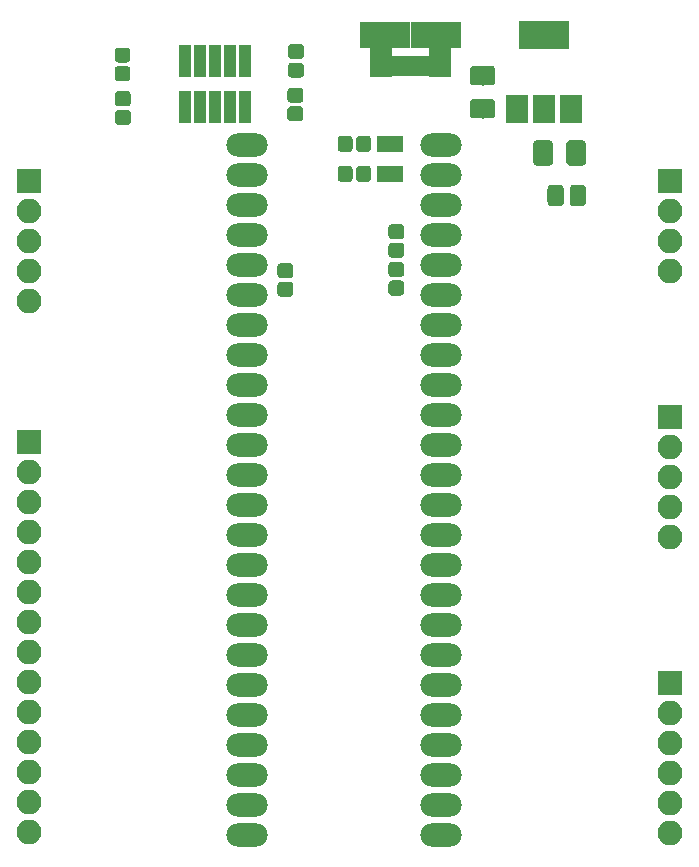
<source format=gbr>
G04 #@! TF.GenerationSoftware,KiCad,Pcbnew,(5.0.0-3-g5ebb6b6)*
G04 #@! TF.CreationDate,2019-01-17T20:41:18+00:00*
G04 #@! TF.ProjectId,Mangler,4D616E676C65722E6B696361645F7063,rev?*
G04 #@! TF.SameCoordinates,Original*
G04 #@! TF.FileFunction,Soldermask,Top*
G04 #@! TF.FilePolarity,Negative*
%FSLAX46Y46*%
G04 Gerber Fmt 4.6, Leading zero omitted, Abs format (unit mm)*
G04 Created by KiCad (PCBNEW (5.0.0-3-g5ebb6b6)) date Thursday, 17 January 2019 at 20:41:18*
%MOMM*%
%LPD*%
G01*
G04 APERTURE LIST*
%ADD10R,1.140000X2.800000*%
%ADD11C,0.100000*%
%ADD12C,1.275000*%
%ADD13C,1.650000*%
%ADD14C,1.375000*%
%ADD15R,0.850000X1.780000*%
%ADD16R,1.875000X2.500000*%
%ADD17R,2.775000X2.300000*%
%ADD18R,1.575000X2.300000*%
%ADD19R,2.100000X2.100000*%
%ADD20O,2.100000X2.100000*%
%ADD21R,2.200000X1.400000*%
%ADD22R,4.200000X2.400000*%
%ADD23R,1.900000X2.400000*%
%ADD24O,3.500000X2.000000*%
G04 APERTURE END LIST*
D10*
G04 #@! TO.C,J2*
X43040000Y-30780000D03*
X43040000Y-34680000D03*
X41770000Y-30780000D03*
X41770000Y-34680000D03*
X40500000Y-30780000D03*
X40500000Y-34680000D03*
X39230000Y-30780000D03*
X39230000Y-34680000D03*
X37960000Y-30780000D03*
X37960000Y-34680000D03*
G04 #@! TD*
D11*
G04 #@! TO.C,D2*
G36*
X47687493Y-33076535D02*
X47718435Y-33081125D01*
X47748778Y-33088725D01*
X47778230Y-33099263D01*
X47806508Y-33112638D01*
X47833338Y-33128719D01*
X47858463Y-33147353D01*
X47881640Y-33168360D01*
X47902647Y-33191537D01*
X47921281Y-33216662D01*
X47937362Y-33243492D01*
X47950737Y-33271770D01*
X47961275Y-33301222D01*
X47968875Y-33331565D01*
X47973465Y-33362507D01*
X47975000Y-33393750D01*
X47975000Y-34031250D01*
X47973465Y-34062493D01*
X47968875Y-34093435D01*
X47961275Y-34123778D01*
X47950737Y-34153230D01*
X47937362Y-34181508D01*
X47921281Y-34208338D01*
X47902647Y-34233463D01*
X47881640Y-34256640D01*
X47858463Y-34277647D01*
X47833338Y-34296281D01*
X47806508Y-34312362D01*
X47778230Y-34325737D01*
X47748778Y-34336275D01*
X47718435Y-34343875D01*
X47687493Y-34348465D01*
X47656250Y-34350000D01*
X46943750Y-34350000D01*
X46912507Y-34348465D01*
X46881565Y-34343875D01*
X46851222Y-34336275D01*
X46821770Y-34325737D01*
X46793492Y-34312362D01*
X46766662Y-34296281D01*
X46741537Y-34277647D01*
X46718360Y-34256640D01*
X46697353Y-34233463D01*
X46678719Y-34208338D01*
X46662638Y-34181508D01*
X46649263Y-34153230D01*
X46638725Y-34123778D01*
X46631125Y-34093435D01*
X46626535Y-34062493D01*
X46625000Y-34031250D01*
X46625000Y-33393750D01*
X46626535Y-33362507D01*
X46631125Y-33331565D01*
X46638725Y-33301222D01*
X46649263Y-33271770D01*
X46662638Y-33243492D01*
X46678719Y-33216662D01*
X46697353Y-33191537D01*
X46718360Y-33168360D01*
X46741537Y-33147353D01*
X46766662Y-33128719D01*
X46793492Y-33112638D01*
X46821770Y-33099263D01*
X46851222Y-33088725D01*
X46881565Y-33081125D01*
X46912507Y-33076535D01*
X46943750Y-33075000D01*
X47656250Y-33075000D01*
X47687493Y-33076535D01*
X47687493Y-33076535D01*
G37*
D12*
X47300000Y-33712500D03*
D11*
G36*
X47687493Y-34651535D02*
X47718435Y-34656125D01*
X47748778Y-34663725D01*
X47778230Y-34674263D01*
X47806508Y-34687638D01*
X47833338Y-34703719D01*
X47858463Y-34722353D01*
X47881640Y-34743360D01*
X47902647Y-34766537D01*
X47921281Y-34791662D01*
X47937362Y-34818492D01*
X47950737Y-34846770D01*
X47961275Y-34876222D01*
X47968875Y-34906565D01*
X47973465Y-34937507D01*
X47975000Y-34968750D01*
X47975000Y-35606250D01*
X47973465Y-35637493D01*
X47968875Y-35668435D01*
X47961275Y-35698778D01*
X47950737Y-35728230D01*
X47937362Y-35756508D01*
X47921281Y-35783338D01*
X47902647Y-35808463D01*
X47881640Y-35831640D01*
X47858463Y-35852647D01*
X47833338Y-35871281D01*
X47806508Y-35887362D01*
X47778230Y-35900737D01*
X47748778Y-35911275D01*
X47718435Y-35918875D01*
X47687493Y-35923465D01*
X47656250Y-35925000D01*
X46943750Y-35925000D01*
X46912507Y-35923465D01*
X46881565Y-35918875D01*
X46851222Y-35911275D01*
X46821770Y-35900737D01*
X46793492Y-35887362D01*
X46766662Y-35871281D01*
X46741537Y-35852647D01*
X46718360Y-35831640D01*
X46697353Y-35808463D01*
X46678719Y-35783338D01*
X46662638Y-35756508D01*
X46649263Y-35728230D01*
X46638725Y-35698778D01*
X46631125Y-35668435D01*
X46626535Y-35637493D01*
X46625000Y-35606250D01*
X46625000Y-34968750D01*
X46626535Y-34937507D01*
X46631125Y-34906565D01*
X46638725Y-34876222D01*
X46649263Y-34846770D01*
X46662638Y-34818492D01*
X46678719Y-34791662D01*
X46697353Y-34766537D01*
X46718360Y-34743360D01*
X46741537Y-34722353D01*
X46766662Y-34703719D01*
X46793492Y-34687638D01*
X46821770Y-34674263D01*
X46851222Y-34663725D01*
X46881565Y-34656125D01*
X46912507Y-34651535D01*
X46943750Y-34650000D01*
X47656250Y-34650000D01*
X47687493Y-34651535D01*
X47687493Y-34651535D01*
G37*
D12*
X47300000Y-35287500D03*
G04 #@! TD*
D11*
G04 #@! TO.C,D1*
G36*
X33087493Y-33376535D02*
X33118435Y-33381125D01*
X33148778Y-33388725D01*
X33178230Y-33399263D01*
X33206508Y-33412638D01*
X33233338Y-33428719D01*
X33258463Y-33447353D01*
X33281640Y-33468360D01*
X33302647Y-33491537D01*
X33321281Y-33516662D01*
X33337362Y-33543492D01*
X33350737Y-33571770D01*
X33361275Y-33601222D01*
X33368875Y-33631565D01*
X33373465Y-33662507D01*
X33375000Y-33693750D01*
X33375000Y-34331250D01*
X33373465Y-34362493D01*
X33368875Y-34393435D01*
X33361275Y-34423778D01*
X33350737Y-34453230D01*
X33337362Y-34481508D01*
X33321281Y-34508338D01*
X33302647Y-34533463D01*
X33281640Y-34556640D01*
X33258463Y-34577647D01*
X33233338Y-34596281D01*
X33206508Y-34612362D01*
X33178230Y-34625737D01*
X33148778Y-34636275D01*
X33118435Y-34643875D01*
X33087493Y-34648465D01*
X33056250Y-34650000D01*
X32343750Y-34650000D01*
X32312507Y-34648465D01*
X32281565Y-34643875D01*
X32251222Y-34636275D01*
X32221770Y-34625737D01*
X32193492Y-34612362D01*
X32166662Y-34596281D01*
X32141537Y-34577647D01*
X32118360Y-34556640D01*
X32097353Y-34533463D01*
X32078719Y-34508338D01*
X32062638Y-34481508D01*
X32049263Y-34453230D01*
X32038725Y-34423778D01*
X32031125Y-34393435D01*
X32026535Y-34362493D01*
X32025000Y-34331250D01*
X32025000Y-33693750D01*
X32026535Y-33662507D01*
X32031125Y-33631565D01*
X32038725Y-33601222D01*
X32049263Y-33571770D01*
X32062638Y-33543492D01*
X32078719Y-33516662D01*
X32097353Y-33491537D01*
X32118360Y-33468360D01*
X32141537Y-33447353D01*
X32166662Y-33428719D01*
X32193492Y-33412638D01*
X32221770Y-33399263D01*
X32251222Y-33388725D01*
X32281565Y-33381125D01*
X32312507Y-33376535D01*
X32343750Y-33375000D01*
X33056250Y-33375000D01*
X33087493Y-33376535D01*
X33087493Y-33376535D01*
G37*
D12*
X32700000Y-34012500D03*
D11*
G36*
X33087493Y-34951535D02*
X33118435Y-34956125D01*
X33148778Y-34963725D01*
X33178230Y-34974263D01*
X33206508Y-34987638D01*
X33233338Y-35003719D01*
X33258463Y-35022353D01*
X33281640Y-35043360D01*
X33302647Y-35066537D01*
X33321281Y-35091662D01*
X33337362Y-35118492D01*
X33350737Y-35146770D01*
X33361275Y-35176222D01*
X33368875Y-35206565D01*
X33373465Y-35237507D01*
X33375000Y-35268750D01*
X33375000Y-35906250D01*
X33373465Y-35937493D01*
X33368875Y-35968435D01*
X33361275Y-35998778D01*
X33350737Y-36028230D01*
X33337362Y-36056508D01*
X33321281Y-36083338D01*
X33302647Y-36108463D01*
X33281640Y-36131640D01*
X33258463Y-36152647D01*
X33233338Y-36171281D01*
X33206508Y-36187362D01*
X33178230Y-36200737D01*
X33148778Y-36211275D01*
X33118435Y-36218875D01*
X33087493Y-36223465D01*
X33056250Y-36225000D01*
X32343750Y-36225000D01*
X32312507Y-36223465D01*
X32281565Y-36218875D01*
X32251222Y-36211275D01*
X32221770Y-36200737D01*
X32193492Y-36187362D01*
X32166662Y-36171281D01*
X32141537Y-36152647D01*
X32118360Y-36131640D01*
X32097353Y-36108463D01*
X32078719Y-36083338D01*
X32062638Y-36056508D01*
X32049263Y-36028230D01*
X32038725Y-35998778D01*
X32031125Y-35968435D01*
X32026535Y-35937493D01*
X32025000Y-35906250D01*
X32025000Y-35268750D01*
X32026535Y-35237507D01*
X32031125Y-35206565D01*
X32038725Y-35176222D01*
X32049263Y-35146770D01*
X32062638Y-35118492D01*
X32078719Y-35091662D01*
X32097353Y-35066537D01*
X32118360Y-35043360D01*
X32141537Y-35022353D01*
X32166662Y-35003719D01*
X32193492Y-34987638D01*
X32221770Y-34974263D01*
X32251222Y-34963725D01*
X32281565Y-34956125D01*
X32312507Y-34951535D01*
X32343750Y-34950000D01*
X33056250Y-34950000D01*
X33087493Y-34951535D01*
X33087493Y-34951535D01*
G37*
D12*
X32700000Y-35587500D03*
G04 #@! TD*
D11*
G04 #@! TO.C,C1*
G36*
X63927346Y-31226589D02*
X63959380Y-31231341D01*
X63990794Y-31239210D01*
X64021286Y-31250120D01*
X64050561Y-31263966D01*
X64078338Y-31280615D01*
X64104350Y-31299907D01*
X64128345Y-31321655D01*
X64150093Y-31345650D01*
X64169385Y-31371662D01*
X64186034Y-31399439D01*
X64199880Y-31428714D01*
X64210790Y-31459206D01*
X64218659Y-31490620D01*
X64223411Y-31522654D01*
X64225000Y-31555000D01*
X64225000Y-32545000D01*
X64223411Y-32577346D01*
X64218659Y-32609380D01*
X64210790Y-32640794D01*
X64199880Y-32671286D01*
X64186034Y-32700561D01*
X64169385Y-32728338D01*
X64150093Y-32754350D01*
X64128345Y-32778345D01*
X64104350Y-32800093D01*
X64078338Y-32819385D01*
X64050561Y-32836034D01*
X64021286Y-32849880D01*
X63990794Y-32860790D01*
X63959380Y-32868659D01*
X63927346Y-32873411D01*
X63895000Y-32875000D01*
X62405000Y-32875000D01*
X62372654Y-32873411D01*
X62340620Y-32868659D01*
X62309206Y-32860790D01*
X62278714Y-32849880D01*
X62249439Y-32836034D01*
X62221662Y-32819385D01*
X62195650Y-32800093D01*
X62171655Y-32778345D01*
X62149907Y-32754350D01*
X62130615Y-32728338D01*
X62113966Y-32700561D01*
X62100120Y-32671286D01*
X62089210Y-32640794D01*
X62081341Y-32609380D01*
X62076589Y-32577346D01*
X62075000Y-32545000D01*
X62075000Y-31555000D01*
X62076589Y-31522654D01*
X62081341Y-31490620D01*
X62089210Y-31459206D01*
X62100120Y-31428714D01*
X62113966Y-31399439D01*
X62130615Y-31371662D01*
X62149907Y-31345650D01*
X62171655Y-31321655D01*
X62195650Y-31299907D01*
X62221662Y-31280615D01*
X62249439Y-31263966D01*
X62278714Y-31250120D01*
X62309206Y-31239210D01*
X62340620Y-31231341D01*
X62372654Y-31226589D01*
X62405000Y-31225000D01*
X63895000Y-31225000D01*
X63927346Y-31226589D01*
X63927346Y-31226589D01*
G37*
D13*
X63150000Y-32050000D03*
D11*
G36*
X63927346Y-34026589D02*
X63959380Y-34031341D01*
X63990794Y-34039210D01*
X64021286Y-34050120D01*
X64050561Y-34063966D01*
X64078338Y-34080615D01*
X64104350Y-34099907D01*
X64128345Y-34121655D01*
X64150093Y-34145650D01*
X64169385Y-34171662D01*
X64186034Y-34199439D01*
X64199880Y-34228714D01*
X64210790Y-34259206D01*
X64218659Y-34290620D01*
X64223411Y-34322654D01*
X64225000Y-34355000D01*
X64225000Y-35345000D01*
X64223411Y-35377346D01*
X64218659Y-35409380D01*
X64210790Y-35440794D01*
X64199880Y-35471286D01*
X64186034Y-35500561D01*
X64169385Y-35528338D01*
X64150093Y-35554350D01*
X64128345Y-35578345D01*
X64104350Y-35600093D01*
X64078338Y-35619385D01*
X64050561Y-35636034D01*
X64021286Y-35649880D01*
X63990794Y-35660790D01*
X63959380Y-35668659D01*
X63927346Y-35673411D01*
X63895000Y-35675000D01*
X62405000Y-35675000D01*
X62372654Y-35673411D01*
X62340620Y-35668659D01*
X62309206Y-35660790D01*
X62278714Y-35649880D01*
X62249439Y-35636034D01*
X62221662Y-35619385D01*
X62195650Y-35600093D01*
X62171655Y-35578345D01*
X62149907Y-35554350D01*
X62130615Y-35528338D01*
X62113966Y-35500561D01*
X62100120Y-35471286D01*
X62089210Y-35440794D01*
X62081341Y-35409380D01*
X62076589Y-35377346D01*
X62075000Y-35345000D01*
X62075000Y-34355000D01*
X62076589Y-34322654D01*
X62081341Y-34290620D01*
X62089210Y-34259206D01*
X62100120Y-34228714D01*
X62113966Y-34199439D01*
X62130615Y-34171662D01*
X62149907Y-34145650D01*
X62171655Y-34121655D01*
X62195650Y-34099907D01*
X62221662Y-34080615D01*
X62249439Y-34063966D01*
X62278714Y-34050120D01*
X62309206Y-34039210D01*
X62340620Y-34031341D01*
X62372654Y-34026589D01*
X62405000Y-34025000D01*
X63895000Y-34025000D01*
X63927346Y-34026589D01*
X63927346Y-34026589D01*
G37*
D13*
X63150000Y-34850000D03*
G04 #@! TD*
D11*
G04 #@! TO.C,C2*
G36*
X71597346Y-37526589D02*
X71629380Y-37531341D01*
X71660794Y-37539210D01*
X71691286Y-37550120D01*
X71720561Y-37563966D01*
X71748338Y-37580615D01*
X71774350Y-37599907D01*
X71798345Y-37621655D01*
X71820093Y-37645650D01*
X71839385Y-37671662D01*
X71856034Y-37699439D01*
X71869880Y-37728714D01*
X71880790Y-37759206D01*
X71888659Y-37790620D01*
X71893411Y-37822654D01*
X71895000Y-37855000D01*
X71895000Y-39345000D01*
X71893411Y-39377346D01*
X71888659Y-39409380D01*
X71880790Y-39440794D01*
X71869880Y-39471286D01*
X71856034Y-39500561D01*
X71839385Y-39528338D01*
X71820093Y-39554350D01*
X71798345Y-39578345D01*
X71774350Y-39600093D01*
X71748338Y-39619385D01*
X71720561Y-39636034D01*
X71691286Y-39649880D01*
X71660794Y-39660790D01*
X71629380Y-39668659D01*
X71597346Y-39673411D01*
X71565000Y-39675000D01*
X70575000Y-39675000D01*
X70542654Y-39673411D01*
X70510620Y-39668659D01*
X70479206Y-39660790D01*
X70448714Y-39649880D01*
X70419439Y-39636034D01*
X70391662Y-39619385D01*
X70365650Y-39600093D01*
X70341655Y-39578345D01*
X70319907Y-39554350D01*
X70300615Y-39528338D01*
X70283966Y-39500561D01*
X70270120Y-39471286D01*
X70259210Y-39440794D01*
X70251341Y-39409380D01*
X70246589Y-39377346D01*
X70245000Y-39345000D01*
X70245000Y-37855000D01*
X70246589Y-37822654D01*
X70251341Y-37790620D01*
X70259210Y-37759206D01*
X70270120Y-37728714D01*
X70283966Y-37699439D01*
X70300615Y-37671662D01*
X70319907Y-37645650D01*
X70341655Y-37621655D01*
X70365650Y-37599907D01*
X70391662Y-37580615D01*
X70419439Y-37563966D01*
X70448714Y-37550120D01*
X70479206Y-37539210D01*
X70510620Y-37531341D01*
X70542654Y-37526589D01*
X70575000Y-37525000D01*
X71565000Y-37525000D01*
X71597346Y-37526589D01*
X71597346Y-37526589D01*
G37*
D13*
X71070000Y-38600000D03*
D11*
G36*
X68797346Y-37526589D02*
X68829380Y-37531341D01*
X68860794Y-37539210D01*
X68891286Y-37550120D01*
X68920561Y-37563966D01*
X68948338Y-37580615D01*
X68974350Y-37599907D01*
X68998345Y-37621655D01*
X69020093Y-37645650D01*
X69039385Y-37671662D01*
X69056034Y-37699439D01*
X69069880Y-37728714D01*
X69080790Y-37759206D01*
X69088659Y-37790620D01*
X69093411Y-37822654D01*
X69095000Y-37855000D01*
X69095000Y-39345000D01*
X69093411Y-39377346D01*
X69088659Y-39409380D01*
X69080790Y-39440794D01*
X69069880Y-39471286D01*
X69056034Y-39500561D01*
X69039385Y-39528338D01*
X69020093Y-39554350D01*
X68998345Y-39578345D01*
X68974350Y-39600093D01*
X68948338Y-39619385D01*
X68920561Y-39636034D01*
X68891286Y-39649880D01*
X68860794Y-39660790D01*
X68829380Y-39668659D01*
X68797346Y-39673411D01*
X68765000Y-39675000D01*
X67775000Y-39675000D01*
X67742654Y-39673411D01*
X67710620Y-39668659D01*
X67679206Y-39660790D01*
X67648714Y-39649880D01*
X67619439Y-39636034D01*
X67591662Y-39619385D01*
X67565650Y-39600093D01*
X67541655Y-39578345D01*
X67519907Y-39554350D01*
X67500615Y-39528338D01*
X67483966Y-39500561D01*
X67470120Y-39471286D01*
X67459210Y-39440794D01*
X67451341Y-39409380D01*
X67446589Y-39377346D01*
X67445000Y-39345000D01*
X67445000Y-37855000D01*
X67446589Y-37822654D01*
X67451341Y-37790620D01*
X67459210Y-37759206D01*
X67470120Y-37728714D01*
X67483966Y-37699439D01*
X67500615Y-37671662D01*
X67519907Y-37645650D01*
X67541655Y-37621655D01*
X67565650Y-37599907D01*
X67591662Y-37580615D01*
X67619439Y-37563966D01*
X67648714Y-37550120D01*
X67679206Y-37539210D01*
X67710620Y-37531341D01*
X67742654Y-37526589D01*
X67775000Y-37525000D01*
X68765000Y-37525000D01*
X68797346Y-37526589D01*
X68797346Y-37526589D01*
G37*
D13*
X68270000Y-38600000D03*
G04 #@! TD*
D11*
G04 #@! TO.C,C3*
G36*
X71584943Y-41301655D02*
X71618312Y-41306605D01*
X71651035Y-41314802D01*
X71682797Y-41326166D01*
X71713293Y-41340590D01*
X71742227Y-41357932D01*
X71769323Y-41378028D01*
X71794318Y-41400682D01*
X71816972Y-41425677D01*
X71837068Y-41452773D01*
X71854410Y-41481707D01*
X71868834Y-41512203D01*
X71880198Y-41543965D01*
X71888395Y-41576688D01*
X71893345Y-41610057D01*
X71895000Y-41643750D01*
X71895000Y-42756250D01*
X71893345Y-42789943D01*
X71888395Y-42823312D01*
X71880198Y-42856035D01*
X71868834Y-42887797D01*
X71854410Y-42918293D01*
X71837068Y-42947227D01*
X71816972Y-42974323D01*
X71794318Y-42999318D01*
X71769323Y-43021972D01*
X71742227Y-43042068D01*
X71713293Y-43059410D01*
X71682797Y-43073834D01*
X71651035Y-43085198D01*
X71618312Y-43093395D01*
X71584943Y-43098345D01*
X71551250Y-43100000D01*
X70863750Y-43100000D01*
X70830057Y-43098345D01*
X70796688Y-43093395D01*
X70763965Y-43085198D01*
X70732203Y-43073834D01*
X70701707Y-43059410D01*
X70672773Y-43042068D01*
X70645677Y-43021972D01*
X70620682Y-42999318D01*
X70598028Y-42974323D01*
X70577932Y-42947227D01*
X70560590Y-42918293D01*
X70546166Y-42887797D01*
X70534802Y-42856035D01*
X70526605Y-42823312D01*
X70521655Y-42789943D01*
X70520000Y-42756250D01*
X70520000Y-41643750D01*
X70521655Y-41610057D01*
X70526605Y-41576688D01*
X70534802Y-41543965D01*
X70546166Y-41512203D01*
X70560590Y-41481707D01*
X70577932Y-41452773D01*
X70598028Y-41425677D01*
X70620682Y-41400682D01*
X70645677Y-41378028D01*
X70672773Y-41357932D01*
X70701707Y-41340590D01*
X70732203Y-41326166D01*
X70763965Y-41314802D01*
X70796688Y-41306605D01*
X70830057Y-41301655D01*
X70863750Y-41300000D01*
X71551250Y-41300000D01*
X71584943Y-41301655D01*
X71584943Y-41301655D01*
G37*
D14*
X71207500Y-42200000D03*
D11*
G36*
X69709943Y-41301655D02*
X69743312Y-41306605D01*
X69776035Y-41314802D01*
X69807797Y-41326166D01*
X69838293Y-41340590D01*
X69867227Y-41357932D01*
X69894323Y-41378028D01*
X69919318Y-41400682D01*
X69941972Y-41425677D01*
X69962068Y-41452773D01*
X69979410Y-41481707D01*
X69993834Y-41512203D01*
X70005198Y-41543965D01*
X70013395Y-41576688D01*
X70018345Y-41610057D01*
X70020000Y-41643750D01*
X70020000Y-42756250D01*
X70018345Y-42789943D01*
X70013395Y-42823312D01*
X70005198Y-42856035D01*
X69993834Y-42887797D01*
X69979410Y-42918293D01*
X69962068Y-42947227D01*
X69941972Y-42974323D01*
X69919318Y-42999318D01*
X69894323Y-43021972D01*
X69867227Y-43042068D01*
X69838293Y-43059410D01*
X69807797Y-43073834D01*
X69776035Y-43085198D01*
X69743312Y-43093395D01*
X69709943Y-43098345D01*
X69676250Y-43100000D01*
X68988750Y-43100000D01*
X68955057Y-43098345D01*
X68921688Y-43093395D01*
X68888965Y-43085198D01*
X68857203Y-43073834D01*
X68826707Y-43059410D01*
X68797773Y-43042068D01*
X68770677Y-43021972D01*
X68745682Y-42999318D01*
X68723028Y-42974323D01*
X68702932Y-42947227D01*
X68685590Y-42918293D01*
X68671166Y-42887797D01*
X68659802Y-42856035D01*
X68651605Y-42823312D01*
X68646655Y-42789943D01*
X68645000Y-42756250D01*
X68645000Y-41643750D01*
X68646655Y-41610057D01*
X68651605Y-41576688D01*
X68659802Y-41543965D01*
X68671166Y-41512203D01*
X68685590Y-41481707D01*
X68702932Y-41452773D01*
X68723028Y-41425677D01*
X68745682Y-41400682D01*
X68770677Y-41378028D01*
X68797773Y-41357932D01*
X68826707Y-41340590D01*
X68857203Y-41326166D01*
X68888965Y-41314802D01*
X68921688Y-41306605D01*
X68955057Y-41301655D01*
X68988750Y-41300000D01*
X69676250Y-41300000D01*
X69709943Y-41301655D01*
X69709943Y-41301655D01*
G37*
D14*
X69332500Y-42200000D03*
G04 #@! TD*
D11*
G04 #@! TO.C,C4*
G36*
X46837493Y-47926535D02*
X46868435Y-47931125D01*
X46898778Y-47938725D01*
X46928230Y-47949263D01*
X46956508Y-47962638D01*
X46983338Y-47978719D01*
X47008463Y-47997353D01*
X47031640Y-48018360D01*
X47052647Y-48041537D01*
X47071281Y-48066662D01*
X47087362Y-48093492D01*
X47100737Y-48121770D01*
X47111275Y-48151222D01*
X47118875Y-48181565D01*
X47123465Y-48212507D01*
X47125000Y-48243750D01*
X47125000Y-48881250D01*
X47123465Y-48912493D01*
X47118875Y-48943435D01*
X47111275Y-48973778D01*
X47100737Y-49003230D01*
X47087362Y-49031508D01*
X47071281Y-49058338D01*
X47052647Y-49083463D01*
X47031640Y-49106640D01*
X47008463Y-49127647D01*
X46983338Y-49146281D01*
X46956508Y-49162362D01*
X46928230Y-49175737D01*
X46898778Y-49186275D01*
X46868435Y-49193875D01*
X46837493Y-49198465D01*
X46806250Y-49200000D01*
X46093750Y-49200000D01*
X46062507Y-49198465D01*
X46031565Y-49193875D01*
X46001222Y-49186275D01*
X45971770Y-49175737D01*
X45943492Y-49162362D01*
X45916662Y-49146281D01*
X45891537Y-49127647D01*
X45868360Y-49106640D01*
X45847353Y-49083463D01*
X45828719Y-49058338D01*
X45812638Y-49031508D01*
X45799263Y-49003230D01*
X45788725Y-48973778D01*
X45781125Y-48943435D01*
X45776535Y-48912493D01*
X45775000Y-48881250D01*
X45775000Y-48243750D01*
X45776535Y-48212507D01*
X45781125Y-48181565D01*
X45788725Y-48151222D01*
X45799263Y-48121770D01*
X45812638Y-48093492D01*
X45828719Y-48066662D01*
X45847353Y-48041537D01*
X45868360Y-48018360D01*
X45891537Y-47997353D01*
X45916662Y-47978719D01*
X45943492Y-47962638D01*
X45971770Y-47949263D01*
X46001222Y-47938725D01*
X46031565Y-47931125D01*
X46062507Y-47926535D01*
X46093750Y-47925000D01*
X46806250Y-47925000D01*
X46837493Y-47926535D01*
X46837493Y-47926535D01*
G37*
D12*
X46450000Y-48562500D03*
D11*
G36*
X46837493Y-49501535D02*
X46868435Y-49506125D01*
X46898778Y-49513725D01*
X46928230Y-49524263D01*
X46956508Y-49537638D01*
X46983338Y-49553719D01*
X47008463Y-49572353D01*
X47031640Y-49593360D01*
X47052647Y-49616537D01*
X47071281Y-49641662D01*
X47087362Y-49668492D01*
X47100737Y-49696770D01*
X47111275Y-49726222D01*
X47118875Y-49756565D01*
X47123465Y-49787507D01*
X47125000Y-49818750D01*
X47125000Y-50456250D01*
X47123465Y-50487493D01*
X47118875Y-50518435D01*
X47111275Y-50548778D01*
X47100737Y-50578230D01*
X47087362Y-50606508D01*
X47071281Y-50633338D01*
X47052647Y-50658463D01*
X47031640Y-50681640D01*
X47008463Y-50702647D01*
X46983338Y-50721281D01*
X46956508Y-50737362D01*
X46928230Y-50750737D01*
X46898778Y-50761275D01*
X46868435Y-50768875D01*
X46837493Y-50773465D01*
X46806250Y-50775000D01*
X46093750Y-50775000D01*
X46062507Y-50773465D01*
X46031565Y-50768875D01*
X46001222Y-50761275D01*
X45971770Y-50750737D01*
X45943492Y-50737362D01*
X45916662Y-50721281D01*
X45891537Y-50702647D01*
X45868360Y-50681640D01*
X45847353Y-50658463D01*
X45828719Y-50633338D01*
X45812638Y-50606508D01*
X45799263Y-50578230D01*
X45788725Y-50548778D01*
X45781125Y-50518435D01*
X45776535Y-50487493D01*
X45775000Y-50456250D01*
X45775000Y-49818750D01*
X45776535Y-49787507D01*
X45781125Y-49756565D01*
X45788725Y-49726222D01*
X45799263Y-49696770D01*
X45812638Y-49668492D01*
X45828719Y-49641662D01*
X45847353Y-49616537D01*
X45868360Y-49593360D01*
X45891537Y-49572353D01*
X45916662Y-49553719D01*
X45943492Y-49537638D01*
X45971770Y-49524263D01*
X46001222Y-49513725D01*
X46031565Y-49506125D01*
X46062507Y-49501535D01*
X46093750Y-49500000D01*
X46806250Y-49500000D01*
X46837493Y-49501535D01*
X46837493Y-49501535D01*
G37*
D12*
X46450000Y-50137500D03*
G04 #@! TD*
D11*
G04 #@! TO.C,C5*
G36*
X56237493Y-49401535D02*
X56268435Y-49406125D01*
X56298778Y-49413725D01*
X56328230Y-49424263D01*
X56356508Y-49437638D01*
X56383338Y-49453719D01*
X56408463Y-49472353D01*
X56431640Y-49493360D01*
X56452647Y-49516537D01*
X56471281Y-49541662D01*
X56487362Y-49568492D01*
X56500737Y-49596770D01*
X56511275Y-49626222D01*
X56518875Y-49656565D01*
X56523465Y-49687507D01*
X56525000Y-49718750D01*
X56525000Y-50356250D01*
X56523465Y-50387493D01*
X56518875Y-50418435D01*
X56511275Y-50448778D01*
X56500737Y-50478230D01*
X56487362Y-50506508D01*
X56471281Y-50533338D01*
X56452647Y-50558463D01*
X56431640Y-50581640D01*
X56408463Y-50602647D01*
X56383338Y-50621281D01*
X56356508Y-50637362D01*
X56328230Y-50650737D01*
X56298778Y-50661275D01*
X56268435Y-50668875D01*
X56237493Y-50673465D01*
X56206250Y-50675000D01*
X55493750Y-50675000D01*
X55462507Y-50673465D01*
X55431565Y-50668875D01*
X55401222Y-50661275D01*
X55371770Y-50650737D01*
X55343492Y-50637362D01*
X55316662Y-50621281D01*
X55291537Y-50602647D01*
X55268360Y-50581640D01*
X55247353Y-50558463D01*
X55228719Y-50533338D01*
X55212638Y-50506508D01*
X55199263Y-50478230D01*
X55188725Y-50448778D01*
X55181125Y-50418435D01*
X55176535Y-50387493D01*
X55175000Y-50356250D01*
X55175000Y-49718750D01*
X55176535Y-49687507D01*
X55181125Y-49656565D01*
X55188725Y-49626222D01*
X55199263Y-49596770D01*
X55212638Y-49568492D01*
X55228719Y-49541662D01*
X55247353Y-49516537D01*
X55268360Y-49493360D01*
X55291537Y-49472353D01*
X55316662Y-49453719D01*
X55343492Y-49437638D01*
X55371770Y-49424263D01*
X55401222Y-49413725D01*
X55431565Y-49406125D01*
X55462507Y-49401535D01*
X55493750Y-49400000D01*
X56206250Y-49400000D01*
X56237493Y-49401535D01*
X56237493Y-49401535D01*
G37*
D12*
X55850000Y-50037500D03*
D11*
G36*
X56237493Y-47826535D02*
X56268435Y-47831125D01*
X56298778Y-47838725D01*
X56328230Y-47849263D01*
X56356508Y-47862638D01*
X56383338Y-47878719D01*
X56408463Y-47897353D01*
X56431640Y-47918360D01*
X56452647Y-47941537D01*
X56471281Y-47966662D01*
X56487362Y-47993492D01*
X56500737Y-48021770D01*
X56511275Y-48051222D01*
X56518875Y-48081565D01*
X56523465Y-48112507D01*
X56525000Y-48143750D01*
X56525000Y-48781250D01*
X56523465Y-48812493D01*
X56518875Y-48843435D01*
X56511275Y-48873778D01*
X56500737Y-48903230D01*
X56487362Y-48931508D01*
X56471281Y-48958338D01*
X56452647Y-48983463D01*
X56431640Y-49006640D01*
X56408463Y-49027647D01*
X56383338Y-49046281D01*
X56356508Y-49062362D01*
X56328230Y-49075737D01*
X56298778Y-49086275D01*
X56268435Y-49093875D01*
X56237493Y-49098465D01*
X56206250Y-49100000D01*
X55493750Y-49100000D01*
X55462507Y-49098465D01*
X55431565Y-49093875D01*
X55401222Y-49086275D01*
X55371770Y-49075737D01*
X55343492Y-49062362D01*
X55316662Y-49046281D01*
X55291537Y-49027647D01*
X55268360Y-49006640D01*
X55247353Y-48983463D01*
X55228719Y-48958338D01*
X55212638Y-48931508D01*
X55199263Y-48903230D01*
X55188725Y-48873778D01*
X55181125Y-48843435D01*
X55176535Y-48812493D01*
X55175000Y-48781250D01*
X55175000Y-48143750D01*
X55176535Y-48112507D01*
X55181125Y-48081565D01*
X55188725Y-48051222D01*
X55199263Y-48021770D01*
X55212638Y-47993492D01*
X55228719Y-47966662D01*
X55247353Y-47941537D01*
X55268360Y-47918360D01*
X55291537Y-47897353D01*
X55316662Y-47878719D01*
X55343492Y-47862638D01*
X55371770Y-47849263D01*
X55401222Y-47838725D01*
X55431565Y-47831125D01*
X55462507Y-47826535D01*
X55493750Y-47825000D01*
X56206250Y-47825000D01*
X56237493Y-47826535D01*
X56237493Y-47826535D01*
G37*
D12*
X55850000Y-48462500D03*
G04 #@! TD*
D11*
G04 #@! TO.C,C6*
G36*
X51862493Y-37156535D02*
X51893435Y-37161125D01*
X51923778Y-37168725D01*
X51953230Y-37179263D01*
X51981508Y-37192638D01*
X52008338Y-37208719D01*
X52033463Y-37227353D01*
X52056640Y-37248360D01*
X52077647Y-37271537D01*
X52096281Y-37296662D01*
X52112362Y-37323492D01*
X52125737Y-37351770D01*
X52136275Y-37381222D01*
X52143875Y-37411565D01*
X52148465Y-37442507D01*
X52150000Y-37473750D01*
X52150000Y-38186250D01*
X52148465Y-38217493D01*
X52143875Y-38248435D01*
X52136275Y-38278778D01*
X52125737Y-38308230D01*
X52112362Y-38336508D01*
X52096281Y-38363338D01*
X52077647Y-38388463D01*
X52056640Y-38411640D01*
X52033463Y-38432647D01*
X52008338Y-38451281D01*
X51981508Y-38467362D01*
X51953230Y-38480737D01*
X51923778Y-38491275D01*
X51893435Y-38498875D01*
X51862493Y-38503465D01*
X51831250Y-38505000D01*
X51193750Y-38505000D01*
X51162507Y-38503465D01*
X51131565Y-38498875D01*
X51101222Y-38491275D01*
X51071770Y-38480737D01*
X51043492Y-38467362D01*
X51016662Y-38451281D01*
X50991537Y-38432647D01*
X50968360Y-38411640D01*
X50947353Y-38388463D01*
X50928719Y-38363338D01*
X50912638Y-38336508D01*
X50899263Y-38308230D01*
X50888725Y-38278778D01*
X50881125Y-38248435D01*
X50876535Y-38217493D01*
X50875000Y-38186250D01*
X50875000Y-37473750D01*
X50876535Y-37442507D01*
X50881125Y-37411565D01*
X50888725Y-37381222D01*
X50899263Y-37351770D01*
X50912638Y-37323492D01*
X50928719Y-37296662D01*
X50947353Y-37271537D01*
X50968360Y-37248360D01*
X50991537Y-37227353D01*
X51016662Y-37208719D01*
X51043492Y-37192638D01*
X51071770Y-37179263D01*
X51101222Y-37168725D01*
X51131565Y-37161125D01*
X51162507Y-37156535D01*
X51193750Y-37155000D01*
X51831250Y-37155000D01*
X51862493Y-37156535D01*
X51862493Y-37156535D01*
G37*
D12*
X51512500Y-37830000D03*
D11*
G36*
X53437493Y-37156535D02*
X53468435Y-37161125D01*
X53498778Y-37168725D01*
X53528230Y-37179263D01*
X53556508Y-37192638D01*
X53583338Y-37208719D01*
X53608463Y-37227353D01*
X53631640Y-37248360D01*
X53652647Y-37271537D01*
X53671281Y-37296662D01*
X53687362Y-37323492D01*
X53700737Y-37351770D01*
X53711275Y-37381222D01*
X53718875Y-37411565D01*
X53723465Y-37442507D01*
X53725000Y-37473750D01*
X53725000Y-38186250D01*
X53723465Y-38217493D01*
X53718875Y-38248435D01*
X53711275Y-38278778D01*
X53700737Y-38308230D01*
X53687362Y-38336508D01*
X53671281Y-38363338D01*
X53652647Y-38388463D01*
X53631640Y-38411640D01*
X53608463Y-38432647D01*
X53583338Y-38451281D01*
X53556508Y-38467362D01*
X53528230Y-38480737D01*
X53498778Y-38491275D01*
X53468435Y-38498875D01*
X53437493Y-38503465D01*
X53406250Y-38505000D01*
X52768750Y-38505000D01*
X52737507Y-38503465D01*
X52706565Y-38498875D01*
X52676222Y-38491275D01*
X52646770Y-38480737D01*
X52618492Y-38467362D01*
X52591662Y-38451281D01*
X52566537Y-38432647D01*
X52543360Y-38411640D01*
X52522353Y-38388463D01*
X52503719Y-38363338D01*
X52487638Y-38336508D01*
X52474263Y-38308230D01*
X52463725Y-38278778D01*
X52456125Y-38248435D01*
X52451535Y-38217493D01*
X52450000Y-38186250D01*
X52450000Y-37473750D01*
X52451535Y-37442507D01*
X52456125Y-37411565D01*
X52463725Y-37381222D01*
X52474263Y-37351770D01*
X52487638Y-37323492D01*
X52503719Y-37296662D01*
X52522353Y-37271537D01*
X52543360Y-37248360D01*
X52566537Y-37227353D01*
X52591662Y-37208719D01*
X52618492Y-37192638D01*
X52646770Y-37179263D01*
X52676222Y-37168725D01*
X52706565Y-37161125D01*
X52737507Y-37156535D01*
X52768750Y-37155000D01*
X53406250Y-37155000D01*
X53437493Y-37156535D01*
X53437493Y-37156535D01*
G37*
D12*
X53087500Y-37830000D03*
G04 #@! TD*
D11*
G04 #@! TO.C,C7*
G36*
X53437493Y-39696535D02*
X53468435Y-39701125D01*
X53498778Y-39708725D01*
X53528230Y-39719263D01*
X53556508Y-39732638D01*
X53583338Y-39748719D01*
X53608463Y-39767353D01*
X53631640Y-39788360D01*
X53652647Y-39811537D01*
X53671281Y-39836662D01*
X53687362Y-39863492D01*
X53700737Y-39891770D01*
X53711275Y-39921222D01*
X53718875Y-39951565D01*
X53723465Y-39982507D01*
X53725000Y-40013750D01*
X53725000Y-40726250D01*
X53723465Y-40757493D01*
X53718875Y-40788435D01*
X53711275Y-40818778D01*
X53700737Y-40848230D01*
X53687362Y-40876508D01*
X53671281Y-40903338D01*
X53652647Y-40928463D01*
X53631640Y-40951640D01*
X53608463Y-40972647D01*
X53583338Y-40991281D01*
X53556508Y-41007362D01*
X53528230Y-41020737D01*
X53498778Y-41031275D01*
X53468435Y-41038875D01*
X53437493Y-41043465D01*
X53406250Y-41045000D01*
X52768750Y-41045000D01*
X52737507Y-41043465D01*
X52706565Y-41038875D01*
X52676222Y-41031275D01*
X52646770Y-41020737D01*
X52618492Y-41007362D01*
X52591662Y-40991281D01*
X52566537Y-40972647D01*
X52543360Y-40951640D01*
X52522353Y-40928463D01*
X52503719Y-40903338D01*
X52487638Y-40876508D01*
X52474263Y-40848230D01*
X52463725Y-40818778D01*
X52456125Y-40788435D01*
X52451535Y-40757493D01*
X52450000Y-40726250D01*
X52450000Y-40013750D01*
X52451535Y-39982507D01*
X52456125Y-39951565D01*
X52463725Y-39921222D01*
X52474263Y-39891770D01*
X52487638Y-39863492D01*
X52503719Y-39836662D01*
X52522353Y-39811537D01*
X52543360Y-39788360D01*
X52566537Y-39767353D01*
X52591662Y-39748719D01*
X52618492Y-39732638D01*
X52646770Y-39719263D01*
X52676222Y-39708725D01*
X52706565Y-39701125D01*
X52737507Y-39696535D01*
X52768750Y-39695000D01*
X53406250Y-39695000D01*
X53437493Y-39696535D01*
X53437493Y-39696535D01*
G37*
D12*
X53087500Y-40370000D03*
D11*
G36*
X51862493Y-39696535D02*
X51893435Y-39701125D01*
X51923778Y-39708725D01*
X51953230Y-39719263D01*
X51981508Y-39732638D01*
X52008338Y-39748719D01*
X52033463Y-39767353D01*
X52056640Y-39788360D01*
X52077647Y-39811537D01*
X52096281Y-39836662D01*
X52112362Y-39863492D01*
X52125737Y-39891770D01*
X52136275Y-39921222D01*
X52143875Y-39951565D01*
X52148465Y-39982507D01*
X52150000Y-40013750D01*
X52150000Y-40726250D01*
X52148465Y-40757493D01*
X52143875Y-40788435D01*
X52136275Y-40818778D01*
X52125737Y-40848230D01*
X52112362Y-40876508D01*
X52096281Y-40903338D01*
X52077647Y-40928463D01*
X52056640Y-40951640D01*
X52033463Y-40972647D01*
X52008338Y-40991281D01*
X51981508Y-41007362D01*
X51953230Y-41020737D01*
X51923778Y-41031275D01*
X51893435Y-41038875D01*
X51862493Y-41043465D01*
X51831250Y-41045000D01*
X51193750Y-41045000D01*
X51162507Y-41043465D01*
X51131565Y-41038875D01*
X51101222Y-41031275D01*
X51071770Y-41020737D01*
X51043492Y-41007362D01*
X51016662Y-40991281D01*
X50991537Y-40972647D01*
X50968360Y-40951640D01*
X50947353Y-40928463D01*
X50928719Y-40903338D01*
X50912638Y-40876508D01*
X50899263Y-40848230D01*
X50888725Y-40818778D01*
X50881125Y-40788435D01*
X50876535Y-40757493D01*
X50875000Y-40726250D01*
X50875000Y-40013750D01*
X50876535Y-39982507D01*
X50881125Y-39951565D01*
X50888725Y-39921222D01*
X50899263Y-39891770D01*
X50912638Y-39863492D01*
X50928719Y-39836662D01*
X50947353Y-39811537D01*
X50968360Y-39788360D01*
X50991537Y-39767353D01*
X51016662Y-39748719D01*
X51043492Y-39732638D01*
X51071770Y-39719263D01*
X51101222Y-39708725D01*
X51131565Y-39701125D01*
X51162507Y-39696535D01*
X51193750Y-39695000D01*
X51831250Y-39695000D01*
X51862493Y-39696535D01*
X51862493Y-39696535D01*
G37*
D12*
X51512500Y-40370000D03*
G04 #@! TD*
D11*
G04 #@! TO.C,C8*
G36*
X56237493Y-46201535D02*
X56268435Y-46206125D01*
X56298778Y-46213725D01*
X56328230Y-46224263D01*
X56356508Y-46237638D01*
X56383338Y-46253719D01*
X56408463Y-46272353D01*
X56431640Y-46293360D01*
X56452647Y-46316537D01*
X56471281Y-46341662D01*
X56487362Y-46368492D01*
X56500737Y-46396770D01*
X56511275Y-46426222D01*
X56518875Y-46456565D01*
X56523465Y-46487507D01*
X56525000Y-46518750D01*
X56525000Y-47156250D01*
X56523465Y-47187493D01*
X56518875Y-47218435D01*
X56511275Y-47248778D01*
X56500737Y-47278230D01*
X56487362Y-47306508D01*
X56471281Y-47333338D01*
X56452647Y-47358463D01*
X56431640Y-47381640D01*
X56408463Y-47402647D01*
X56383338Y-47421281D01*
X56356508Y-47437362D01*
X56328230Y-47450737D01*
X56298778Y-47461275D01*
X56268435Y-47468875D01*
X56237493Y-47473465D01*
X56206250Y-47475000D01*
X55493750Y-47475000D01*
X55462507Y-47473465D01*
X55431565Y-47468875D01*
X55401222Y-47461275D01*
X55371770Y-47450737D01*
X55343492Y-47437362D01*
X55316662Y-47421281D01*
X55291537Y-47402647D01*
X55268360Y-47381640D01*
X55247353Y-47358463D01*
X55228719Y-47333338D01*
X55212638Y-47306508D01*
X55199263Y-47278230D01*
X55188725Y-47248778D01*
X55181125Y-47218435D01*
X55176535Y-47187493D01*
X55175000Y-47156250D01*
X55175000Y-46518750D01*
X55176535Y-46487507D01*
X55181125Y-46456565D01*
X55188725Y-46426222D01*
X55199263Y-46396770D01*
X55212638Y-46368492D01*
X55228719Y-46341662D01*
X55247353Y-46316537D01*
X55268360Y-46293360D01*
X55291537Y-46272353D01*
X55316662Y-46253719D01*
X55343492Y-46237638D01*
X55371770Y-46224263D01*
X55401222Y-46213725D01*
X55431565Y-46206125D01*
X55462507Y-46201535D01*
X55493750Y-46200000D01*
X56206250Y-46200000D01*
X56237493Y-46201535D01*
X56237493Y-46201535D01*
G37*
D12*
X55850000Y-46837500D03*
D11*
G36*
X56237493Y-44626535D02*
X56268435Y-44631125D01*
X56298778Y-44638725D01*
X56328230Y-44649263D01*
X56356508Y-44662638D01*
X56383338Y-44678719D01*
X56408463Y-44697353D01*
X56431640Y-44718360D01*
X56452647Y-44741537D01*
X56471281Y-44766662D01*
X56487362Y-44793492D01*
X56500737Y-44821770D01*
X56511275Y-44851222D01*
X56518875Y-44881565D01*
X56523465Y-44912507D01*
X56525000Y-44943750D01*
X56525000Y-45581250D01*
X56523465Y-45612493D01*
X56518875Y-45643435D01*
X56511275Y-45673778D01*
X56500737Y-45703230D01*
X56487362Y-45731508D01*
X56471281Y-45758338D01*
X56452647Y-45783463D01*
X56431640Y-45806640D01*
X56408463Y-45827647D01*
X56383338Y-45846281D01*
X56356508Y-45862362D01*
X56328230Y-45875737D01*
X56298778Y-45886275D01*
X56268435Y-45893875D01*
X56237493Y-45898465D01*
X56206250Y-45900000D01*
X55493750Y-45900000D01*
X55462507Y-45898465D01*
X55431565Y-45893875D01*
X55401222Y-45886275D01*
X55371770Y-45875737D01*
X55343492Y-45862362D01*
X55316662Y-45846281D01*
X55291537Y-45827647D01*
X55268360Y-45806640D01*
X55247353Y-45783463D01*
X55228719Y-45758338D01*
X55212638Y-45731508D01*
X55199263Y-45703230D01*
X55188725Y-45673778D01*
X55181125Y-45643435D01*
X55176535Y-45612493D01*
X55175000Y-45581250D01*
X55175000Y-44943750D01*
X55176535Y-44912507D01*
X55181125Y-44881565D01*
X55188725Y-44851222D01*
X55199263Y-44821770D01*
X55212638Y-44793492D01*
X55228719Y-44766662D01*
X55247353Y-44741537D01*
X55268360Y-44718360D01*
X55291537Y-44697353D01*
X55316662Y-44678719D01*
X55343492Y-44662638D01*
X55371770Y-44649263D01*
X55401222Y-44638725D01*
X55431565Y-44631125D01*
X55462507Y-44626535D01*
X55493750Y-44625000D01*
X56206250Y-44625000D01*
X56237493Y-44626535D01*
X56237493Y-44626535D01*
G37*
D12*
X55850000Y-45262500D03*
G04 #@! TD*
D15*
G04 #@! TO.C,J1*
X58350000Y-31260000D03*
X57700000Y-31260000D03*
X57050000Y-31260000D03*
X56400000Y-31260000D03*
X55750000Y-31260000D03*
D16*
X59512500Y-30900000D03*
X54587500Y-30900000D03*
D17*
X59960000Y-28600000D03*
X54140000Y-28600000D03*
D18*
X57890000Y-28600000D03*
X56210000Y-28600000D03*
G04 #@! TD*
D19*
G04 #@! TO.C,J3*
X79000000Y-83450000D03*
D20*
X79000000Y-85990000D03*
X79000000Y-88530000D03*
X79000000Y-91070000D03*
X79000000Y-93610000D03*
X79000000Y-96150000D03*
G04 #@! TD*
D19*
G04 #@! TO.C,J4*
X24750000Y-41000000D03*
D20*
X24750000Y-43540000D03*
X24750000Y-46080000D03*
X24750000Y-48620000D03*
X24750000Y-51160000D03*
G04 #@! TD*
D19*
G04 #@! TO.C,J5*
X24750000Y-63100000D03*
D20*
X24750000Y-65640000D03*
X24750000Y-68180000D03*
X24750000Y-70720000D03*
X24750000Y-73260000D03*
X24750000Y-75800000D03*
X24750000Y-78340000D03*
X24750000Y-80880000D03*
X24750000Y-83420000D03*
X24750000Y-85960000D03*
X24750000Y-88500000D03*
X24750000Y-91040000D03*
X24750000Y-93580000D03*
X24750000Y-96120000D03*
G04 #@! TD*
D19*
G04 #@! TO.C,J6*
X79000000Y-41000000D03*
D20*
X79000000Y-43540000D03*
X79000000Y-46080000D03*
X79000000Y-48620000D03*
G04 #@! TD*
G04 #@! TO.C,J7*
X79000000Y-71135000D03*
X79000000Y-68595000D03*
X79000000Y-66055000D03*
X79000000Y-63515000D03*
D19*
X79000000Y-60975000D03*
G04 #@! TD*
D11*
G04 #@! TO.C,R1*
G36*
X33047493Y-29676535D02*
X33078435Y-29681125D01*
X33108778Y-29688725D01*
X33138230Y-29699263D01*
X33166508Y-29712638D01*
X33193338Y-29728719D01*
X33218463Y-29747353D01*
X33241640Y-29768360D01*
X33262647Y-29791537D01*
X33281281Y-29816662D01*
X33297362Y-29843492D01*
X33310737Y-29871770D01*
X33321275Y-29901222D01*
X33328875Y-29931565D01*
X33333465Y-29962507D01*
X33335000Y-29993750D01*
X33335000Y-30631250D01*
X33333465Y-30662493D01*
X33328875Y-30693435D01*
X33321275Y-30723778D01*
X33310737Y-30753230D01*
X33297362Y-30781508D01*
X33281281Y-30808338D01*
X33262647Y-30833463D01*
X33241640Y-30856640D01*
X33218463Y-30877647D01*
X33193338Y-30896281D01*
X33166508Y-30912362D01*
X33138230Y-30925737D01*
X33108778Y-30936275D01*
X33078435Y-30943875D01*
X33047493Y-30948465D01*
X33016250Y-30950000D01*
X32303750Y-30950000D01*
X32272507Y-30948465D01*
X32241565Y-30943875D01*
X32211222Y-30936275D01*
X32181770Y-30925737D01*
X32153492Y-30912362D01*
X32126662Y-30896281D01*
X32101537Y-30877647D01*
X32078360Y-30856640D01*
X32057353Y-30833463D01*
X32038719Y-30808338D01*
X32022638Y-30781508D01*
X32009263Y-30753230D01*
X31998725Y-30723778D01*
X31991125Y-30693435D01*
X31986535Y-30662493D01*
X31985000Y-30631250D01*
X31985000Y-29993750D01*
X31986535Y-29962507D01*
X31991125Y-29931565D01*
X31998725Y-29901222D01*
X32009263Y-29871770D01*
X32022638Y-29843492D01*
X32038719Y-29816662D01*
X32057353Y-29791537D01*
X32078360Y-29768360D01*
X32101537Y-29747353D01*
X32126662Y-29728719D01*
X32153492Y-29712638D01*
X32181770Y-29699263D01*
X32211222Y-29688725D01*
X32241565Y-29681125D01*
X32272507Y-29676535D01*
X32303750Y-29675000D01*
X33016250Y-29675000D01*
X33047493Y-29676535D01*
X33047493Y-29676535D01*
G37*
D12*
X32660000Y-30312500D03*
D11*
G36*
X33047493Y-31251535D02*
X33078435Y-31256125D01*
X33108778Y-31263725D01*
X33138230Y-31274263D01*
X33166508Y-31287638D01*
X33193338Y-31303719D01*
X33218463Y-31322353D01*
X33241640Y-31343360D01*
X33262647Y-31366537D01*
X33281281Y-31391662D01*
X33297362Y-31418492D01*
X33310737Y-31446770D01*
X33321275Y-31476222D01*
X33328875Y-31506565D01*
X33333465Y-31537507D01*
X33335000Y-31568750D01*
X33335000Y-32206250D01*
X33333465Y-32237493D01*
X33328875Y-32268435D01*
X33321275Y-32298778D01*
X33310737Y-32328230D01*
X33297362Y-32356508D01*
X33281281Y-32383338D01*
X33262647Y-32408463D01*
X33241640Y-32431640D01*
X33218463Y-32452647D01*
X33193338Y-32471281D01*
X33166508Y-32487362D01*
X33138230Y-32500737D01*
X33108778Y-32511275D01*
X33078435Y-32518875D01*
X33047493Y-32523465D01*
X33016250Y-32525000D01*
X32303750Y-32525000D01*
X32272507Y-32523465D01*
X32241565Y-32518875D01*
X32211222Y-32511275D01*
X32181770Y-32500737D01*
X32153492Y-32487362D01*
X32126662Y-32471281D01*
X32101537Y-32452647D01*
X32078360Y-32431640D01*
X32057353Y-32408463D01*
X32038719Y-32383338D01*
X32022638Y-32356508D01*
X32009263Y-32328230D01*
X31998725Y-32298778D01*
X31991125Y-32268435D01*
X31986535Y-32237493D01*
X31985000Y-32206250D01*
X31985000Y-31568750D01*
X31986535Y-31537507D01*
X31991125Y-31506565D01*
X31998725Y-31476222D01*
X32009263Y-31446770D01*
X32022638Y-31418492D01*
X32038719Y-31391662D01*
X32057353Y-31366537D01*
X32078360Y-31343360D01*
X32101537Y-31322353D01*
X32126662Y-31303719D01*
X32153492Y-31287638D01*
X32181770Y-31274263D01*
X32211222Y-31263725D01*
X32241565Y-31256125D01*
X32272507Y-31251535D01*
X32303750Y-31250000D01*
X33016250Y-31250000D01*
X33047493Y-31251535D01*
X33047493Y-31251535D01*
G37*
D12*
X32660000Y-31887500D03*
G04 #@! TD*
D11*
G04 #@! TO.C,R2*
G36*
X47727493Y-30951535D02*
X47758435Y-30956125D01*
X47788778Y-30963725D01*
X47818230Y-30974263D01*
X47846508Y-30987638D01*
X47873338Y-31003719D01*
X47898463Y-31022353D01*
X47921640Y-31043360D01*
X47942647Y-31066537D01*
X47961281Y-31091662D01*
X47977362Y-31118492D01*
X47990737Y-31146770D01*
X48001275Y-31176222D01*
X48008875Y-31206565D01*
X48013465Y-31237507D01*
X48015000Y-31268750D01*
X48015000Y-31906250D01*
X48013465Y-31937493D01*
X48008875Y-31968435D01*
X48001275Y-31998778D01*
X47990737Y-32028230D01*
X47977362Y-32056508D01*
X47961281Y-32083338D01*
X47942647Y-32108463D01*
X47921640Y-32131640D01*
X47898463Y-32152647D01*
X47873338Y-32171281D01*
X47846508Y-32187362D01*
X47818230Y-32200737D01*
X47788778Y-32211275D01*
X47758435Y-32218875D01*
X47727493Y-32223465D01*
X47696250Y-32225000D01*
X46983750Y-32225000D01*
X46952507Y-32223465D01*
X46921565Y-32218875D01*
X46891222Y-32211275D01*
X46861770Y-32200737D01*
X46833492Y-32187362D01*
X46806662Y-32171281D01*
X46781537Y-32152647D01*
X46758360Y-32131640D01*
X46737353Y-32108463D01*
X46718719Y-32083338D01*
X46702638Y-32056508D01*
X46689263Y-32028230D01*
X46678725Y-31998778D01*
X46671125Y-31968435D01*
X46666535Y-31937493D01*
X46665000Y-31906250D01*
X46665000Y-31268750D01*
X46666535Y-31237507D01*
X46671125Y-31206565D01*
X46678725Y-31176222D01*
X46689263Y-31146770D01*
X46702638Y-31118492D01*
X46718719Y-31091662D01*
X46737353Y-31066537D01*
X46758360Y-31043360D01*
X46781537Y-31022353D01*
X46806662Y-31003719D01*
X46833492Y-30987638D01*
X46861770Y-30974263D01*
X46891222Y-30963725D01*
X46921565Y-30956125D01*
X46952507Y-30951535D01*
X46983750Y-30950000D01*
X47696250Y-30950000D01*
X47727493Y-30951535D01*
X47727493Y-30951535D01*
G37*
D12*
X47340000Y-31587500D03*
D11*
G36*
X47727493Y-29376535D02*
X47758435Y-29381125D01*
X47788778Y-29388725D01*
X47818230Y-29399263D01*
X47846508Y-29412638D01*
X47873338Y-29428719D01*
X47898463Y-29447353D01*
X47921640Y-29468360D01*
X47942647Y-29491537D01*
X47961281Y-29516662D01*
X47977362Y-29543492D01*
X47990737Y-29571770D01*
X48001275Y-29601222D01*
X48008875Y-29631565D01*
X48013465Y-29662507D01*
X48015000Y-29693750D01*
X48015000Y-30331250D01*
X48013465Y-30362493D01*
X48008875Y-30393435D01*
X48001275Y-30423778D01*
X47990737Y-30453230D01*
X47977362Y-30481508D01*
X47961281Y-30508338D01*
X47942647Y-30533463D01*
X47921640Y-30556640D01*
X47898463Y-30577647D01*
X47873338Y-30596281D01*
X47846508Y-30612362D01*
X47818230Y-30625737D01*
X47788778Y-30636275D01*
X47758435Y-30643875D01*
X47727493Y-30648465D01*
X47696250Y-30650000D01*
X46983750Y-30650000D01*
X46952507Y-30648465D01*
X46921565Y-30643875D01*
X46891222Y-30636275D01*
X46861770Y-30625737D01*
X46833492Y-30612362D01*
X46806662Y-30596281D01*
X46781537Y-30577647D01*
X46758360Y-30556640D01*
X46737353Y-30533463D01*
X46718719Y-30508338D01*
X46702638Y-30481508D01*
X46689263Y-30453230D01*
X46678725Y-30423778D01*
X46671125Y-30393435D01*
X46666535Y-30362493D01*
X46665000Y-30331250D01*
X46665000Y-29693750D01*
X46666535Y-29662507D01*
X46671125Y-29631565D01*
X46678725Y-29601222D01*
X46689263Y-29571770D01*
X46702638Y-29543492D01*
X46718719Y-29516662D01*
X46737353Y-29491537D01*
X46758360Y-29468360D01*
X46781537Y-29447353D01*
X46806662Y-29428719D01*
X46833492Y-29412638D01*
X46861770Y-29399263D01*
X46891222Y-29388725D01*
X46921565Y-29381125D01*
X46952507Y-29376535D01*
X46983750Y-29375000D01*
X47696250Y-29375000D01*
X47727493Y-29376535D01*
X47727493Y-29376535D01*
G37*
D12*
X47340000Y-30012500D03*
G04 #@! TD*
D21*
G04 #@! TO.C,Y1*
X55300000Y-37850000D03*
X55300000Y-40350000D03*
G04 #@! TD*
D22*
G04 #@! TO.C,U1*
X68350000Y-28600000D03*
D23*
X68350000Y-34900000D03*
X70650000Y-34900000D03*
X66050000Y-34900000D03*
G04 #@! TD*
D24*
G04 #@! TO.C,U2*
X59600000Y-37890000D03*
X43200000Y-96310000D03*
X59600000Y-40430000D03*
X43200000Y-93770000D03*
X59600000Y-42970000D03*
X43200000Y-91230000D03*
X59600000Y-45510000D03*
X43200000Y-88690000D03*
X59600000Y-48050000D03*
X43200000Y-86150000D03*
X59600000Y-50590000D03*
X43200000Y-83610000D03*
X59600000Y-53130000D03*
X43200000Y-81070000D03*
X59600000Y-55670000D03*
X43200000Y-78530000D03*
X59600000Y-58210000D03*
X43200000Y-75990000D03*
X59600000Y-60750000D03*
X43200000Y-73450000D03*
X59600000Y-63290000D03*
X43200000Y-70910000D03*
X59600000Y-65830000D03*
X43200000Y-68370000D03*
X59600000Y-68370000D03*
X43200000Y-65830000D03*
X59600000Y-70910000D03*
X43200000Y-63290000D03*
X59600000Y-73450000D03*
X43200000Y-60750000D03*
X59600000Y-75990000D03*
X43200000Y-58210000D03*
X59600000Y-78530000D03*
X43200000Y-55670000D03*
X59600000Y-81070000D03*
X43200000Y-53130000D03*
X59600000Y-83610000D03*
X43200000Y-50590000D03*
X59600000Y-86150000D03*
X43200000Y-48050000D03*
X59600000Y-88690000D03*
X43200000Y-45510000D03*
X59600000Y-91230000D03*
X43200000Y-42970000D03*
X59600000Y-93770000D03*
X43200000Y-40430000D03*
X59600000Y-96310000D03*
X43200000Y-37890000D03*
G04 #@! TD*
M02*

</source>
